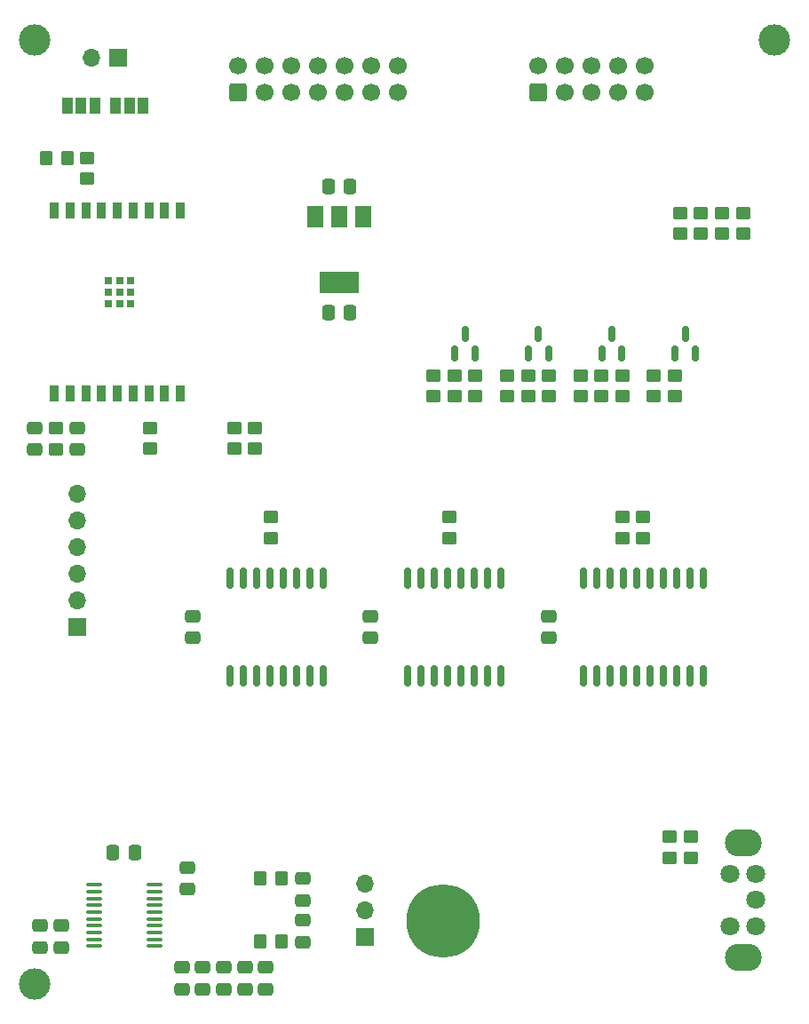
<source format=gts>
G04 #@! TF.GenerationSoftware,KiCad,Pcbnew,6.0.6-2.fc35*
G04 #@! TF.CreationDate,2022-07-15T01:43:17+02:00*
G04 #@! TF.ProjectId,cw-amp-controll-board,63772d61-6d70-42d6-936f-6e74726f6c6c,rev?*
G04 #@! TF.SameCoordinates,Original*
G04 #@! TF.FileFunction,Soldermask,Top*
G04 #@! TF.FilePolarity,Negative*
%FSLAX46Y46*%
G04 Gerber Fmt 4.6, Leading zero omitted, Abs format (unit mm)*
G04 Created by KiCad (PCBNEW 6.0.6-2.fc35) date 2022-07-15 01:43:17*
%MOMM*%
%LPD*%
G01*
G04 APERTURE LIST*
G04 Aperture macros list*
%AMRoundRect*
0 Rectangle with rounded corners*
0 $1 Rounding radius*
0 $2 $3 $4 $5 $6 $7 $8 $9 X,Y pos of 4 corners*
0 Add a 4 corners polygon primitive as box body*
4,1,4,$2,$3,$4,$5,$6,$7,$8,$9,$2,$3,0*
0 Add four circle primitives for the rounded corners*
1,1,$1+$1,$2,$3*
1,1,$1+$1,$4,$5*
1,1,$1+$1,$6,$7*
1,1,$1+$1,$8,$9*
0 Add four rect primitives between the rounded corners*
20,1,$1+$1,$2,$3,$4,$5,0*
20,1,$1+$1,$4,$5,$6,$7,0*
20,1,$1+$1,$6,$7,$8,$9,0*
20,1,$1+$1,$8,$9,$2,$3,0*%
G04 Aperture macros list end*
%ADD10RoundRect,0.250000X0.600000X-0.600000X0.600000X0.600000X-0.600000X0.600000X-0.600000X-0.600000X0*%
%ADD11C,1.700000*%
%ADD12RoundRect,0.250000X-0.475000X0.337500X-0.475000X-0.337500X0.475000X-0.337500X0.475000X0.337500X0*%
%ADD13RoundRect,0.150000X0.150000X-0.587500X0.150000X0.587500X-0.150000X0.587500X-0.150000X-0.587500X0*%
%ADD14RoundRect,0.250000X0.450000X-0.350000X0.450000X0.350000X-0.450000X0.350000X-0.450000X-0.350000X0*%
%ADD15RoundRect,0.250000X0.475000X-0.337500X0.475000X0.337500X-0.475000X0.337500X-0.475000X-0.337500X0*%
%ADD16RoundRect,0.250000X-0.350000X-0.450000X0.350000X-0.450000X0.350000X0.450000X-0.350000X0.450000X0*%
%ADD17RoundRect,0.250000X0.337500X0.475000X-0.337500X0.475000X-0.337500X-0.475000X0.337500X-0.475000X0*%
%ADD18RoundRect,0.250000X-0.450000X0.350000X-0.450000X-0.350000X0.450000X-0.350000X0.450000X0.350000X0*%
%ADD19RoundRect,0.250000X-0.337500X-0.475000X0.337500X-0.475000X0.337500X0.475000X-0.337500X0.475000X0*%
%ADD20R,1.700000X1.700000*%
%ADD21O,1.700000X1.700000*%
%ADD22C,7.000000*%
%ADD23O,3.500000X2.600000*%
%ADD24C,1.800000*%
%ADD25RoundRect,0.150000X0.150000X-0.875000X0.150000X0.875000X-0.150000X0.875000X-0.150000X-0.875000X0*%
%ADD26R,1.500000X2.000000*%
%ADD27R,3.800000X2.000000*%
%ADD28R,1.000000X1.500000*%
%ADD29C,3.000000*%
%ADD30RoundRect,0.100000X0.637500X0.100000X-0.637500X0.100000X-0.637500X-0.100000X0.637500X-0.100000X0*%
%ADD31R,0.900000X1.500000*%
%ADD32R,0.700000X0.700000*%
G04 APERTURE END LIST*
D10*
X165000000Y-68000000D03*
D11*
X165000000Y-65460000D03*
X167540000Y-68000000D03*
X167540000Y-65460000D03*
X170080000Y-68000000D03*
X170080000Y-65460000D03*
X172620000Y-68000000D03*
X172620000Y-65460000D03*
X175160000Y-68000000D03*
X175160000Y-65460000D03*
D12*
X149000000Y-117962500D03*
X149000000Y-120037500D03*
D13*
X157050000Y-92937500D03*
X158950000Y-92937500D03*
X158000000Y-91062500D03*
D10*
X136380000Y-68000000D03*
D11*
X136380000Y-65460000D03*
X138920000Y-68000000D03*
X138920000Y-65460000D03*
X141460000Y-68000000D03*
X141460000Y-65460000D03*
X144000000Y-68000000D03*
X144000000Y-65460000D03*
X146540000Y-68000000D03*
X146540000Y-65460000D03*
X149080000Y-68000000D03*
X149080000Y-65460000D03*
X151620000Y-68000000D03*
X151620000Y-65460000D03*
D14*
X128000000Y-102000000D03*
X128000000Y-100000000D03*
X138000000Y-102000000D03*
X138000000Y-100000000D03*
D15*
X133000000Y-153512500D03*
X133000000Y-151437500D03*
D16*
X138500000Y-142975000D03*
X140500000Y-142975000D03*
D15*
X135000000Y-153512500D03*
X135000000Y-151437500D03*
D17*
X126500000Y-140475000D03*
X124425000Y-140475000D03*
D18*
X178500000Y-79500000D03*
X178500000Y-81500000D03*
X156500000Y-108500000D03*
X156500000Y-110500000D03*
D19*
X144962500Y-77000000D03*
X147037500Y-77000000D03*
D20*
X124900000Y-64750000D03*
D21*
X122360000Y-64750000D03*
D13*
X164050000Y-92937500D03*
X165950000Y-92937500D03*
X165000000Y-91062500D03*
D18*
X173000000Y-108500000D03*
X173000000Y-110500000D03*
X119000000Y-100037500D03*
X119000000Y-102037500D03*
D22*
X155930588Y-147000000D03*
D15*
X117500000Y-149512500D03*
X117500000Y-147437500D03*
D14*
X178000000Y-97000000D03*
X178000000Y-95000000D03*
D18*
X177500000Y-139000000D03*
X177500000Y-141000000D03*
D15*
X142500000Y-149012500D03*
X142500000Y-146937500D03*
D14*
X157000000Y-97000000D03*
X157000000Y-95000000D03*
D23*
X184500000Y-139550000D03*
X184500000Y-150450000D03*
D24*
X185750000Y-147500000D03*
X185750000Y-142500000D03*
X185750000Y-145000000D03*
X183250000Y-142500000D03*
X183250000Y-147500000D03*
D18*
X139500000Y-108500000D03*
X139500000Y-110500000D03*
D15*
X121000000Y-102075000D03*
X121000000Y-100000000D03*
D25*
X135555000Y-123650000D03*
X136825000Y-123650000D03*
X138095000Y-123650000D03*
X139365000Y-123650000D03*
X140635000Y-123650000D03*
X141905000Y-123650000D03*
X143175000Y-123650000D03*
X144445000Y-123650000D03*
X144445000Y-114350000D03*
X143175000Y-114350000D03*
X141905000Y-114350000D03*
X140635000Y-114350000D03*
X139365000Y-114350000D03*
X138095000Y-114350000D03*
X136825000Y-114350000D03*
X135555000Y-114350000D03*
D18*
X182500000Y-79500000D03*
X182500000Y-81500000D03*
X173000000Y-95000000D03*
X173000000Y-97000000D03*
D15*
X119500000Y-149512500D03*
X119500000Y-147437500D03*
D26*
X148300000Y-79850000D03*
X146000000Y-79850000D03*
D27*
X146000000Y-86150000D03*
D26*
X143700000Y-79850000D03*
D14*
X155000000Y-97000000D03*
X155000000Y-95000000D03*
D18*
X180500000Y-79500000D03*
X180500000Y-81500000D03*
D20*
X148500000Y-148500000D03*
D21*
X148500000Y-145960000D03*
X148500000Y-143420000D03*
D14*
X164000000Y-97000000D03*
X164000000Y-95000000D03*
D28*
X127300000Y-69300000D03*
X126000000Y-69300000D03*
X124700000Y-69300000D03*
D16*
X138500000Y-148975000D03*
X140500000Y-148975000D03*
D29*
X117000000Y-153000000D03*
X187500000Y-63000000D03*
D13*
X178050000Y-92937500D03*
X179950000Y-92937500D03*
X179000000Y-91062500D03*
D25*
X152555000Y-123650000D03*
X153825000Y-123650000D03*
X155095000Y-123650000D03*
X156365000Y-123650000D03*
X157635000Y-123650000D03*
X158905000Y-123650000D03*
X160175000Y-123650000D03*
X161445000Y-123650000D03*
X161445000Y-114350000D03*
X160175000Y-114350000D03*
X158905000Y-114350000D03*
X157635000Y-114350000D03*
X156365000Y-114350000D03*
X155095000Y-114350000D03*
X153825000Y-114350000D03*
X152555000Y-114350000D03*
D18*
X184500000Y-79500000D03*
X184500000Y-81500000D03*
D12*
X142500000Y-142975000D03*
X142500000Y-145050000D03*
D14*
X176000000Y-97000000D03*
X176000000Y-95000000D03*
X175000000Y-110500000D03*
X175000000Y-108500000D03*
X136000000Y-102000000D03*
X136000000Y-100000000D03*
D30*
X128362500Y-149400000D03*
X128362500Y-148750000D03*
X128362500Y-148100000D03*
X128362500Y-147450000D03*
X128362500Y-146800000D03*
X128362500Y-146150000D03*
X128362500Y-145500000D03*
X128362500Y-144850000D03*
X128362500Y-144200000D03*
X128362500Y-143550000D03*
X122637500Y-143550000D03*
X122637500Y-144200000D03*
X122637500Y-144850000D03*
X122637500Y-145500000D03*
X122637500Y-146150000D03*
X122637500Y-146800000D03*
X122637500Y-147450000D03*
X122637500Y-148100000D03*
X122637500Y-148750000D03*
X122637500Y-149400000D03*
D15*
X139000000Y-153512500D03*
X139000000Y-151437500D03*
D25*
X169285000Y-123650000D03*
X170555000Y-123650000D03*
X171825000Y-123650000D03*
X173095000Y-123650000D03*
X174365000Y-123650000D03*
X175635000Y-123650000D03*
X176905000Y-123650000D03*
X178175000Y-123650000D03*
X179445000Y-123650000D03*
X180715000Y-123650000D03*
X180715000Y-114350000D03*
X179445000Y-114350000D03*
X178175000Y-114350000D03*
X176905000Y-114350000D03*
X175635000Y-114350000D03*
X174365000Y-114350000D03*
X173095000Y-114350000D03*
X171825000Y-114350000D03*
X170555000Y-114350000D03*
X169285000Y-114350000D03*
D28*
X122700000Y-69292500D03*
X121400000Y-69292500D03*
X120100000Y-69292500D03*
D15*
X166000000Y-120037500D03*
X166000000Y-117962500D03*
D18*
X122000000Y-74250000D03*
X122000000Y-76250000D03*
X166000000Y-95000000D03*
X166000000Y-97000000D03*
D15*
X131000000Y-153512500D03*
X131000000Y-151437500D03*
X137000000Y-153512500D03*
X137000000Y-151437500D03*
D29*
X117000000Y-63000000D03*
D14*
X171000000Y-97000000D03*
X171000000Y-95000000D03*
D13*
X171050000Y-92937500D03*
X172950000Y-92937500D03*
X172000000Y-91062500D03*
D12*
X132000000Y-117962500D03*
X132000000Y-120037500D03*
D20*
X121000000Y-119000000D03*
D21*
X121000000Y-116460000D03*
X121000000Y-113920000D03*
X121000000Y-111380000D03*
X121000000Y-108840000D03*
X121000000Y-106300000D03*
D14*
X169000000Y-97000000D03*
X169000000Y-95000000D03*
D16*
X118100000Y-74250000D03*
X120100000Y-74250000D03*
D18*
X179500000Y-139000000D03*
X179500000Y-141000000D03*
D19*
X144962500Y-89000000D03*
X147037500Y-89000000D03*
D15*
X131500000Y-143975000D03*
X131500000Y-141900000D03*
D12*
X117000000Y-100000000D03*
X117000000Y-102075000D03*
D14*
X162000000Y-97000000D03*
X162000000Y-95000000D03*
D31*
X118850000Y-96750000D03*
X120350000Y-96750000D03*
X121850000Y-96750000D03*
X123350000Y-96750000D03*
X124850000Y-96750000D03*
X126350000Y-96750000D03*
X127850000Y-96750000D03*
X129350000Y-96750000D03*
X130850000Y-96750000D03*
X130850000Y-79250000D03*
X129350000Y-79250000D03*
X127850000Y-79250000D03*
X126350000Y-79250000D03*
X124850000Y-79250000D03*
X123350000Y-79250000D03*
X121850000Y-79250000D03*
X120350000Y-79250000D03*
X118850000Y-79250000D03*
D32*
X125050000Y-88140000D03*
X123950000Y-88140000D03*
X123950000Y-85940000D03*
X125050000Y-87090000D03*
X125050000Y-85940000D03*
X123950000Y-87090000D03*
X126150000Y-87090000D03*
X126150000Y-85940000D03*
X126150000Y-88140000D03*
D18*
X159000000Y-95000000D03*
X159000000Y-97000000D03*
M02*

</source>
